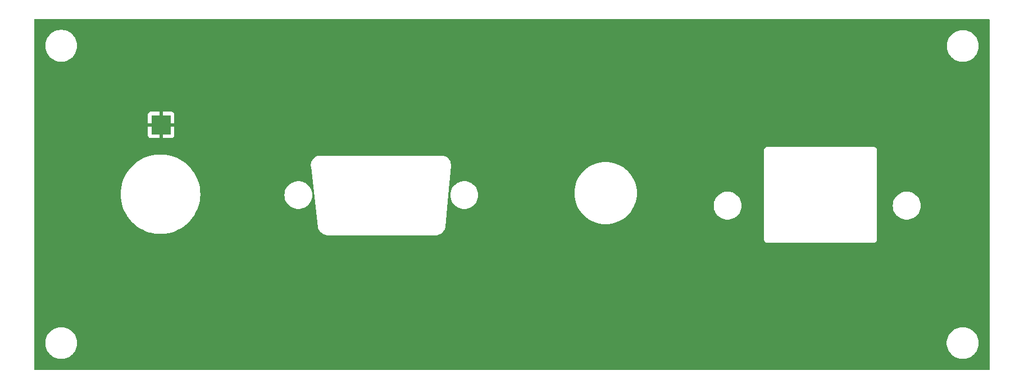
<source format=gbr>
%TF.GenerationSoftware,KiCad,Pcbnew,8.0.1*%
%TF.CreationDate,2025-07-27T10:49:03+02:00*%
%TF.ProjectId,SVX_Node_Case_back,5356585f-4e6f-4646-955f-436173655f62,rev?*%
%TF.SameCoordinates,Original*%
%TF.FileFunction,Copper,L2,Bot*%
%TF.FilePolarity,Positive*%
%FSLAX46Y46*%
G04 Gerber Fmt 4.6, Leading zero omitted, Abs format (unit mm)*
G04 Created by KiCad (PCBNEW 8.0.1) date 2025-07-27 10:49:03*
%MOMM*%
%LPD*%
G01*
G04 APERTURE LIST*
%TA.AperFunction,SMDPad,CuDef*%
%ADD10R,3.000000X3.000000*%
%TD*%
G04 APERTURE END LIST*
D10*
%TO.P,GND,1,1*%
%TO.N,GND*%
X100100000Y-86500000D03*
%TD*%
%TA.AperFunction,Conductor*%
%TO.N,GND*%
G36*
X224942539Y-70520185D02*
G01*
X224988294Y-70572989D01*
X224999500Y-70624500D01*
X224999500Y-123375500D01*
X224979815Y-123442539D01*
X224927011Y-123488294D01*
X224875500Y-123499500D01*
X81124500Y-123499500D01*
X81057461Y-123479815D01*
X81011706Y-123427011D01*
X81000500Y-123375500D01*
X81000500Y-119584813D01*
X82649500Y-119584813D01*
X82679686Y-119852719D01*
X82679688Y-119852731D01*
X82739684Y-120115594D01*
X82739687Y-120115602D01*
X82828734Y-120370082D01*
X82945714Y-120612994D01*
X82945716Y-120612997D01*
X83089162Y-120841289D01*
X83257266Y-121052085D01*
X83447915Y-121242734D01*
X83658711Y-121410838D01*
X83887003Y-121554284D01*
X84129921Y-121671267D01*
X84321049Y-121738145D01*
X84384397Y-121760312D01*
X84384405Y-121760315D01*
X84384408Y-121760315D01*
X84384409Y-121760316D01*
X84647268Y-121820312D01*
X84915187Y-121850499D01*
X84915188Y-121850500D01*
X84915191Y-121850500D01*
X85184812Y-121850500D01*
X85184812Y-121850499D01*
X85452732Y-121820312D01*
X85715591Y-121760316D01*
X85970079Y-121671267D01*
X86212997Y-121554284D01*
X86441289Y-121410838D01*
X86652085Y-121242734D01*
X86842734Y-121052085D01*
X87010838Y-120841289D01*
X87154284Y-120612997D01*
X87271267Y-120370079D01*
X87360316Y-120115591D01*
X87420312Y-119852732D01*
X87450500Y-119584813D01*
X218529500Y-119584813D01*
X218559686Y-119852719D01*
X218559688Y-119852731D01*
X218619684Y-120115594D01*
X218619687Y-120115602D01*
X218708734Y-120370082D01*
X218825714Y-120612994D01*
X218825716Y-120612997D01*
X218969162Y-120841289D01*
X219137266Y-121052085D01*
X219327915Y-121242734D01*
X219538711Y-121410838D01*
X219767003Y-121554284D01*
X220009921Y-121671267D01*
X220201049Y-121738145D01*
X220264397Y-121760312D01*
X220264405Y-121760315D01*
X220264408Y-121760315D01*
X220264409Y-121760316D01*
X220527268Y-121820312D01*
X220795187Y-121850499D01*
X220795188Y-121850500D01*
X220795191Y-121850500D01*
X221064812Y-121850500D01*
X221064812Y-121850499D01*
X221332732Y-121820312D01*
X221595591Y-121760316D01*
X221850079Y-121671267D01*
X222092997Y-121554284D01*
X222321289Y-121410838D01*
X222532085Y-121242734D01*
X222722734Y-121052085D01*
X222890838Y-120841289D01*
X223034284Y-120612997D01*
X223151267Y-120370079D01*
X223240316Y-120115591D01*
X223300312Y-119852732D01*
X223330500Y-119584809D01*
X223330500Y-119315191D01*
X223300312Y-119047268D01*
X223240316Y-118784409D01*
X223151267Y-118529921D01*
X223034284Y-118287003D01*
X222890838Y-118058711D01*
X222722734Y-117847915D01*
X222532085Y-117657266D01*
X222321289Y-117489162D01*
X222092997Y-117345716D01*
X222092994Y-117345714D01*
X221850082Y-117228734D01*
X221595602Y-117139687D01*
X221595594Y-117139684D01*
X221398446Y-117094687D01*
X221332732Y-117079688D01*
X221332728Y-117079687D01*
X221332719Y-117079686D01*
X221064813Y-117049500D01*
X221064809Y-117049500D01*
X220795191Y-117049500D01*
X220795186Y-117049500D01*
X220527280Y-117079686D01*
X220527268Y-117079688D01*
X220264405Y-117139684D01*
X220264397Y-117139687D01*
X220009917Y-117228734D01*
X219767005Y-117345714D01*
X219538712Y-117489161D01*
X219327915Y-117657265D01*
X219137265Y-117847915D01*
X218969161Y-118058712D01*
X218825714Y-118287005D01*
X218708734Y-118529917D01*
X218619687Y-118784397D01*
X218619684Y-118784405D01*
X218559688Y-119047268D01*
X218559686Y-119047280D01*
X218529500Y-119315186D01*
X218529500Y-119584813D01*
X87450500Y-119584813D01*
X87450500Y-119584809D01*
X87450500Y-119315191D01*
X87420312Y-119047268D01*
X87360316Y-118784409D01*
X87271267Y-118529921D01*
X87154284Y-118287003D01*
X87010838Y-118058711D01*
X86842734Y-117847915D01*
X86652085Y-117657266D01*
X86441289Y-117489162D01*
X86212997Y-117345716D01*
X86212994Y-117345714D01*
X85970082Y-117228734D01*
X85715602Y-117139687D01*
X85715594Y-117139684D01*
X85518446Y-117094687D01*
X85452732Y-117079688D01*
X85452728Y-117079687D01*
X85452719Y-117079686D01*
X85184813Y-117049500D01*
X85184809Y-117049500D01*
X84915191Y-117049500D01*
X84915186Y-117049500D01*
X84647280Y-117079686D01*
X84647268Y-117079688D01*
X84384405Y-117139684D01*
X84384397Y-117139687D01*
X84129917Y-117228734D01*
X83887005Y-117345714D01*
X83658712Y-117489161D01*
X83447915Y-117657265D01*
X83257265Y-117847915D01*
X83089161Y-118058712D01*
X82945714Y-118287005D01*
X82828734Y-118529917D01*
X82739687Y-118784397D01*
X82739684Y-118784405D01*
X82679688Y-119047268D01*
X82679686Y-119047280D01*
X82649500Y-119315186D01*
X82649500Y-119584813D01*
X81000500Y-119584813D01*
X81000500Y-103865891D01*
X190999500Y-103865891D01*
X191033608Y-103993187D01*
X191066554Y-104050250D01*
X191099500Y-104107314D01*
X191192686Y-104200500D01*
X191306814Y-104266392D01*
X191434108Y-104300500D01*
X191434110Y-104300500D01*
X207565890Y-104300500D01*
X207565892Y-104300500D01*
X207693186Y-104266392D01*
X207807314Y-104200500D01*
X207900500Y-104107314D01*
X207966392Y-103993186D01*
X208000500Y-103865892D01*
X208000500Y-98700000D01*
X210394592Y-98700000D01*
X210414201Y-98986680D01*
X210472666Y-99268034D01*
X210472667Y-99268037D01*
X210568894Y-99538793D01*
X210568893Y-99538793D01*
X210701098Y-99793935D01*
X210866812Y-100028700D01*
X210951923Y-100119831D01*
X211062947Y-100238708D01*
X211285853Y-100420055D01*
X211507899Y-100555085D01*
X211531382Y-100569365D01*
X211718237Y-100650526D01*
X211794942Y-100683844D01*
X212071642Y-100761371D01*
X212321920Y-100795771D01*
X212356321Y-100800500D01*
X212356322Y-100800500D01*
X212643679Y-100800500D01*
X212674370Y-100796281D01*
X212928358Y-100761371D01*
X213205058Y-100683844D01*
X213435814Y-100583613D01*
X213468617Y-100569365D01*
X213468620Y-100569363D01*
X213468625Y-100569361D01*
X213714147Y-100420055D01*
X213937053Y-100238708D01*
X214133189Y-100028698D01*
X214298901Y-99793936D01*
X214431104Y-99538797D01*
X214527334Y-99268032D01*
X214585798Y-98986686D01*
X214605408Y-98700000D01*
X214585798Y-98413314D01*
X214527334Y-98131968D01*
X214431105Y-97861206D01*
X214431106Y-97861206D01*
X214298901Y-97606064D01*
X214133187Y-97371299D01*
X214054554Y-97287105D01*
X213937053Y-97161292D01*
X213714147Y-96979945D01*
X213714146Y-96979944D01*
X213468617Y-96830634D01*
X213205063Y-96716158D01*
X213205061Y-96716157D01*
X213205058Y-96716156D01*
X213075578Y-96679877D01*
X212928364Y-96638630D01*
X212928359Y-96638629D01*
X212928358Y-96638629D01*
X212786018Y-96619064D01*
X212643679Y-96599500D01*
X212643678Y-96599500D01*
X212356322Y-96599500D01*
X212356321Y-96599500D01*
X212071642Y-96638629D01*
X212071635Y-96638630D01*
X211863861Y-96696845D01*
X211794942Y-96716156D01*
X211794939Y-96716156D01*
X211794936Y-96716158D01*
X211794935Y-96716158D01*
X211531382Y-96830634D01*
X211285853Y-96979944D01*
X211062950Y-97161289D01*
X210866812Y-97371299D01*
X210701098Y-97606064D01*
X210568894Y-97861206D01*
X210472667Y-98131962D01*
X210472666Y-98131965D01*
X210414201Y-98413319D01*
X210394592Y-98700000D01*
X208000500Y-98700000D01*
X208000500Y-90234108D01*
X207966392Y-90106814D01*
X207900500Y-89992686D01*
X207807314Y-89899500D01*
X207750250Y-89866554D01*
X207693187Y-89833608D01*
X207629539Y-89816554D01*
X207565892Y-89799500D01*
X191565892Y-89799500D01*
X191434108Y-89799500D01*
X191306812Y-89833608D01*
X191192686Y-89899500D01*
X191192683Y-89899502D01*
X191099502Y-89992683D01*
X191099500Y-89992686D01*
X191033608Y-90106812D01*
X190999500Y-90234108D01*
X190999500Y-103865891D01*
X81000500Y-103865891D01*
X81000500Y-96970011D01*
X94004630Y-96970011D01*
X94024102Y-97453211D01*
X94024104Y-97453237D01*
X94082398Y-97933332D01*
X94179136Y-98407185D01*
X94313689Y-98871714D01*
X94485185Y-99323910D01*
X94692512Y-99760841D01*
X94934322Y-100179668D01*
X94934327Y-100179674D01*
X95001804Y-100277431D01*
X95193455Y-100555087D01*
X95209058Y-100577691D01*
X95514914Y-100952295D01*
X95514916Y-100952297D01*
X95572463Y-101012210D01*
X95849933Y-101301087D01*
X96211920Y-101621779D01*
X96211924Y-101621782D01*
X96211932Y-101621789D01*
X96598561Y-101912323D01*
X97007315Y-102170803D01*
X97435543Y-102395554D01*
X97880466Y-102585118D01*
X98339201Y-102738267D01*
X98587903Y-102799566D01*
X98808767Y-102854004D01*
X98808783Y-102854007D01*
X99236019Y-102923439D01*
X99286133Y-102931584D01*
X99768188Y-102970500D01*
X99768197Y-102970500D01*
X100251803Y-102970500D01*
X100251812Y-102970500D01*
X100733867Y-102931584D01*
X101211228Y-102854005D01*
X101680799Y-102738267D01*
X102139534Y-102585118D01*
X102584457Y-102395554D01*
X103012685Y-102170803D01*
X103421439Y-101912323D01*
X103808068Y-101621789D01*
X104170066Y-101301088D01*
X104505084Y-100952297D01*
X104810950Y-100577680D01*
X105085679Y-100179665D01*
X105327491Y-99760835D01*
X105534817Y-99323905D01*
X105706312Y-98871708D01*
X105840865Y-98407179D01*
X105937602Y-97933329D01*
X105995896Y-97453232D01*
X106010131Y-97100000D01*
X118694592Y-97100000D01*
X118714201Y-97386680D01*
X118772666Y-97668034D01*
X118772667Y-97668037D01*
X118868894Y-97938793D01*
X118868893Y-97938793D01*
X119001098Y-98193935D01*
X119166812Y-98428700D01*
X119231504Y-98497967D01*
X119362947Y-98638708D01*
X119585853Y-98820055D01*
X119720659Y-98902033D01*
X119831382Y-98969365D01*
X120018237Y-99050526D01*
X120094942Y-99083844D01*
X120371642Y-99161371D01*
X120621920Y-99195771D01*
X120656321Y-99200500D01*
X120656322Y-99200500D01*
X120943679Y-99200500D01*
X120974370Y-99196281D01*
X121228358Y-99161371D01*
X121505058Y-99083844D01*
X121618015Y-99034779D01*
X121768617Y-98969365D01*
X121768620Y-98969363D01*
X121768625Y-98969361D01*
X122014147Y-98820055D01*
X122237053Y-98638708D01*
X122433189Y-98428698D01*
X122598901Y-98193936D01*
X122731104Y-97938797D01*
X122827334Y-97668032D01*
X122885798Y-97386686D01*
X122905408Y-97100000D01*
X122885798Y-96813314D01*
X122827334Y-96531968D01*
X122731105Y-96261206D01*
X122731106Y-96261206D01*
X122598901Y-96006064D01*
X122433187Y-95771299D01*
X122326244Y-95656792D01*
X122237053Y-95561292D01*
X122014147Y-95379945D01*
X122014146Y-95379944D01*
X121768617Y-95230634D01*
X121505063Y-95116158D01*
X121505061Y-95116157D01*
X121505058Y-95116156D01*
X121334203Y-95068285D01*
X121228364Y-95038630D01*
X121228359Y-95038629D01*
X121228358Y-95038629D01*
X121086018Y-95019064D01*
X120943679Y-94999500D01*
X120943678Y-94999500D01*
X120656322Y-94999500D01*
X120656321Y-94999500D01*
X120371642Y-95038629D01*
X120371635Y-95038630D01*
X120163861Y-95096845D01*
X120094942Y-95116156D01*
X120094939Y-95116156D01*
X120094936Y-95116158D01*
X120094935Y-95116158D01*
X119831382Y-95230634D01*
X119585853Y-95379944D01*
X119362950Y-95561289D01*
X119166812Y-95771299D01*
X119001098Y-96006064D01*
X118868894Y-96261206D01*
X118772667Y-96531962D01*
X118772666Y-96531965D01*
X118714201Y-96813319D01*
X118694592Y-97100000D01*
X106010131Y-97100000D01*
X106015370Y-96970011D01*
X106015370Y-96969988D01*
X105995897Y-96486788D01*
X105995896Y-96486782D01*
X105995896Y-96486768D01*
X105937602Y-96006671D01*
X105840865Y-95532821D01*
X105706312Y-95068292D01*
X105706310Y-95068285D01*
X105604865Y-94800798D01*
X105534817Y-94616095D01*
X105327491Y-94179165D01*
X105203433Y-93964290D01*
X105085677Y-93760331D01*
X105085672Y-93760325D01*
X105030666Y-93680635D01*
X104810950Y-93362320D01*
X104810945Y-93362314D01*
X104810941Y-93362308D01*
X104505085Y-92987704D01*
X104505079Y-92987698D01*
X104227020Y-92698208D01*
X104170066Y-92638912D01*
X104153519Y-92624253D01*
X103972592Y-92463966D01*
X122679358Y-92463966D01*
X122682119Y-92678268D01*
X122683436Y-92686282D01*
X122697093Y-92769386D01*
X122697899Y-92775131D01*
X123768109Y-101952346D01*
X123768944Y-101966530D01*
X123768946Y-101968104D01*
X123776974Y-102028492D01*
X123777220Y-102030468D01*
X123784266Y-102090890D01*
X123784649Y-102092407D01*
X123784751Y-102092937D01*
X123784997Y-102093851D01*
X123785503Y-102095792D01*
X123785735Y-102096713D01*
X123785908Y-102097234D01*
X123786315Y-102098748D01*
X123809661Y-102154908D01*
X123810410Y-102156752D01*
X123832887Y-102213372D01*
X123833757Y-102214931D01*
X123839976Y-102227763D01*
X123856937Y-102268588D01*
X123856940Y-102268595D01*
X123976958Y-102471945D01*
X124124025Y-102656661D01*
X124295303Y-102819183D01*
X124295302Y-102819183D01*
X124295305Y-102819185D01*
X124295306Y-102819186D01*
X124487483Y-102956371D01*
X124579695Y-103004464D01*
X124696832Y-103065558D01*
X124696835Y-103065559D01*
X124696837Y-103065560D01*
X124919318Y-103144641D01*
X125150620Y-103192084D01*
X125206352Y-103195592D01*
X125230644Y-103199570D01*
X125234108Y-103200499D01*
X125280298Y-103200499D01*
X125288116Y-103200745D01*
X125293715Y-103201099D01*
X125334201Y-103203658D01*
X125334202Y-103203657D01*
X125334206Y-103203658D01*
X125336187Y-103203259D01*
X125337778Y-103202939D01*
X125362254Y-103200499D01*
X141289002Y-103200499D01*
X141293107Y-103200567D01*
X141397077Y-103204011D01*
X141397078Y-103204010D01*
X141397082Y-103204011D01*
X141623746Y-103181046D01*
X141845283Y-103127898D01*
X142057695Y-103045527D01*
X142257145Y-102935420D01*
X142440031Y-102799566D01*
X142603051Y-102640418D01*
X142743261Y-102460850D01*
X142858130Y-102264104D01*
X142875346Y-102222734D01*
X142883121Y-102208647D01*
X142882981Y-102208574D01*
X142886759Y-102201372D01*
X142886758Y-102201372D01*
X142886760Y-102201371D01*
X142905005Y-102151746D01*
X142906888Y-102146935D01*
X142910771Y-102137594D01*
X142927193Y-102098093D01*
X142927193Y-102098085D01*
X142929307Y-102090242D01*
X142929477Y-102090287D01*
X142930623Y-102085646D01*
X142930451Y-102085608D01*
X142932234Y-102077686D01*
X142932236Y-102077681D01*
X142937020Y-102024966D01*
X142937581Y-102019953D01*
X142944561Y-101967458D01*
X142944571Y-101959332D01*
X142944745Y-101959332D01*
X142944432Y-101943314D01*
X143384068Y-97100000D01*
X143694592Y-97100000D01*
X143714201Y-97386680D01*
X143772666Y-97668034D01*
X143772667Y-97668037D01*
X143868894Y-97938793D01*
X143868893Y-97938793D01*
X144001098Y-98193935D01*
X144166812Y-98428700D01*
X144231504Y-98497967D01*
X144362947Y-98638708D01*
X144585853Y-98820055D01*
X144720659Y-98902033D01*
X144831382Y-98969365D01*
X145018237Y-99050526D01*
X145094942Y-99083844D01*
X145371642Y-99161371D01*
X145621920Y-99195771D01*
X145656321Y-99200500D01*
X145656322Y-99200500D01*
X145943679Y-99200500D01*
X145974370Y-99196281D01*
X146228358Y-99161371D01*
X146505058Y-99083844D01*
X146618015Y-99034779D01*
X146768617Y-98969365D01*
X146768620Y-98969363D01*
X146768625Y-98969361D01*
X147014147Y-98820055D01*
X147237053Y-98638708D01*
X147433189Y-98428698D01*
X147598901Y-98193936D01*
X147731104Y-97938797D01*
X147827334Y-97668032D01*
X147885798Y-97386686D01*
X147905408Y-97100000D01*
X147885798Y-96813314D01*
X147883031Y-96800000D01*
X162404479Y-96800000D01*
X162424552Y-97234171D01*
X162424552Y-97234176D01*
X162424553Y-97234181D01*
X162484598Y-97664634D01*
X162484600Y-97664642D01*
X162584108Y-98087724D01*
X162722234Y-98499836D01*
X162722237Y-98499843D01*
X162897781Y-98897412D01*
X162897786Y-98897422D01*
X162897790Y-98897431D01*
X162897794Y-98897439D01*
X162897795Y-98897440D01*
X163109280Y-99277130D01*
X163109284Y-99277136D01*
X163354914Y-99635713D01*
X163632568Y-99970077D01*
X163632578Y-99970089D01*
X163939911Y-100277422D01*
X163939922Y-100277431D01*
X164274286Y-100555085D01*
X164460500Y-100682644D01*
X164632862Y-100800715D01*
X165012569Y-101012210D01*
X165410170Y-101187768D01*
X165822273Y-101325891D01*
X166245363Y-101425401D01*
X166675829Y-101485448D01*
X167110000Y-101505521D01*
X167544171Y-101485448D01*
X167974637Y-101425401D01*
X168397727Y-101325891D01*
X168809830Y-101187768D01*
X169207431Y-101012210D01*
X169587138Y-100800715D01*
X169945710Y-100555087D01*
X169945709Y-100555087D01*
X169945713Y-100555085D01*
X170058519Y-100461411D01*
X170280089Y-100277422D01*
X170587422Y-99970089D01*
X170865087Y-99635710D01*
X171110715Y-99277138D01*
X171322210Y-98897431D01*
X171409384Y-98700000D01*
X183394592Y-98700000D01*
X183414201Y-98986680D01*
X183472666Y-99268034D01*
X183472667Y-99268037D01*
X183568894Y-99538793D01*
X183568893Y-99538793D01*
X183701098Y-99793935D01*
X183866812Y-100028700D01*
X183951923Y-100119831D01*
X184062947Y-100238708D01*
X184285853Y-100420055D01*
X184507899Y-100555085D01*
X184531382Y-100569365D01*
X184718237Y-100650526D01*
X184794942Y-100683844D01*
X185071642Y-100761371D01*
X185321920Y-100795771D01*
X185356321Y-100800500D01*
X185356322Y-100800500D01*
X185643679Y-100800500D01*
X185674370Y-100796281D01*
X185928358Y-100761371D01*
X186205058Y-100683844D01*
X186435814Y-100583613D01*
X186468617Y-100569365D01*
X186468620Y-100569363D01*
X186468625Y-100569361D01*
X186714147Y-100420055D01*
X186937053Y-100238708D01*
X187133189Y-100028698D01*
X187298901Y-99793936D01*
X187431104Y-99538797D01*
X187527334Y-99268032D01*
X187585798Y-98986686D01*
X187605408Y-98700000D01*
X187585798Y-98413314D01*
X187527334Y-98131968D01*
X187431105Y-97861206D01*
X187431106Y-97861206D01*
X187298901Y-97606064D01*
X187133187Y-97371299D01*
X187054554Y-97287105D01*
X186937053Y-97161292D01*
X186714147Y-96979945D01*
X186714146Y-96979944D01*
X186468617Y-96830634D01*
X186205063Y-96716158D01*
X186205061Y-96716157D01*
X186205058Y-96716156D01*
X186075578Y-96679877D01*
X185928364Y-96638630D01*
X185928359Y-96638629D01*
X185928358Y-96638629D01*
X185786018Y-96619064D01*
X185643679Y-96599500D01*
X185643678Y-96599500D01*
X185356322Y-96599500D01*
X185356321Y-96599500D01*
X185071642Y-96638629D01*
X185071635Y-96638630D01*
X184863861Y-96696845D01*
X184794942Y-96716156D01*
X184794939Y-96716156D01*
X184794936Y-96716158D01*
X184794935Y-96716158D01*
X184531382Y-96830634D01*
X184285853Y-96979944D01*
X184062950Y-97161289D01*
X183866812Y-97371299D01*
X183701098Y-97606064D01*
X183568894Y-97861206D01*
X183472667Y-98131962D01*
X183472666Y-98131965D01*
X183414201Y-98413319D01*
X183394592Y-98700000D01*
X171409384Y-98700000D01*
X171497768Y-98499830D01*
X171635891Y-98087727D01*
X171735401Y-97664637D01*
X171795448Y-97234171D01*
X171815521Y-96800000D01*
X171795448Y-96365829D01*
X171735401Y-95935363D01*
X171635891Y-95512273D01*
X171497768Y-95100170D01*
X171483692Y-95068292D01*
X171322218Y-94702587D01*
X171322217Y-94702586D01*
X171322210Y-94702569D01*
X171110715Y-94322862D01*
X170911037Y-94031368D01*
X170865085Y-93964286D01*
X170587431Y-93629922D01*
X170587422Y-93629911D01*
X170280089Y-93322578D01*
X170230700Y-93281566D01*
X169945713Y-93044914D01*
X169680243Y-92863063D01*
X169587138Y-92799285D01*
X169587134Y-92799283D01*
X169587130Y-92799280D01*
X169207440Y-92587795D01*
X169207439Y-92587794D01*
X169207431Y-92587790D01*
X169207422Y-92587786D01*
X169207412Y-92587781D01*
X168809843Y-92412237D01*
X168809836Y-92412234D01*
X168397724Y-92274108D01*
X167974642Y-92174600D01*
X167974634Y-92174598D01*
X167544181Y-92114553D01*
X167544176Y-92114552D01*
X167544171Y-92114552D01*
X167110000Y-92094479D01*
X166675829Y-92114552D01*
X166675823Y-92114552D01*
X166675818Y-92114553D01*
X166245365Y-92174598D01*
X166245357Y-92174600D01*
X165822275Y-92274108D01*
X165410163Y-92412234D01*
X165410156Y-92412237D01*
X165012587Y-92587781D01*
X165012559Y-92587795D01*
X164632869Y-92799280D01*
X164632863Y-92799284D01*
X164274286Y-93044914D01*
X163939922Y-93322568D01*
X163939902Y-93322586D01*
X163632586Y-93629902D01*
X163632568Y-93629922D01*
X163354914Y-93964286D01*
X163109284Y-94322863D01*
X163109280Y-94322869D01*
X162897795Y-94702559D01*
X162897781Y-94702587D01*
X162722237Y-95100156D01*
X162722234Y-95100163D01*
X162584108Y-95512275D01*
X162484600Y-95935357D01*
X162484598Y-95935365D01*
X162424553Y-96365818D01*
X162424552Y-96365823D01*
X162424552Y-96365829D01*
X162404479Y-96800000D01*
X147883031Y-96800000D01*
X147827334Y-96531968D01*
X147731105Y-96261206D01*
X147731106Y-96261206D01*
X147598901Y-96006064D01*
X147433187Y-95771299D01*
X147326244Y-95656792D01*
X147237053Y-95561292D01*
X147014147Y-95379945D01*
X147014146Y-95379944D01*
X146768617Y-95230634D01*
X146505063Y-95116158D01*
X146505061Y-95116157D01*
X146505058Y-95116156D01*
X146334203Y-95068285D01*
X146228364Y-95038630D01*
X146228359Y-95038629D01*
X146228358Y-95038629D01*
X146086018Y-95019064D01*
X145943679Y-94999500D01*
X145943678Y-94999500D01*
X145656322Y-94999500D01*
X145656321Y-94999500D01*
X145371642Y-95038629D01*
X145371635Y-95038630D01*
X145163861Y-95096845D01*
X145094942Y-95116156D01*
X145094939Y-95116156D01*
X145094936Y-95116158D01*
X145094935Y-95116158D01*
X144831382Y-95230634D01*
X144585853Y-95379944D01*
X144362950Y-95561289D01*
X144166812Y-95771299D01*
X144001098Y-96006064D01*
X143868894Y-96261206D01*
X143772667Y-96531962D01*
X143772666Y-96531965D01*
X143714201Y-96813319D01*
X143694592Y-97100000D01*
X143384068Y-97100000D01*
X143780647Y-92731027D01*
X143781774Y-92722177D01*
X143788505Y-92681222D01*
X143791259Y-92466923D01*
X143764565Y-92274109D01*
X143761870Y-92254644D01*
X143761867Y-92254629D01*
X143744959Y-92197550D01*
X143700997Y-92049141D01*
X143610019Y-91855093D01*
X143490990Y-91676869D01*
X143490989Y-91676868D01*
X143490987Y-91676865D01*
X143346594Y-91518492D01*
X143180106Y-91383550D01*
X143180103Y-91383547D01*
X142995274Y-91275076D01*
X142995262Y-91275070D01*
X142926869Y-91247698D01*
X142910929Y-91239955D01*
X142899990Y-91233637D01*
X142881989Y-91228810D01*
X142868083Y-91224184D01*
X142834595Y-91210798D01*
X142834591Y-91210797D01*
X142807846Y-91207613D01*
X142790397Y-91204254D01*
X142787569Y-91203495D01*
X142772703Y-91199510D01*
X142772700Y-91199509D01*
X142772697Y-91199509D01*
X142747067Y-91199505D01*
X142732435Y-91198636D01*
X142703734Y-91195220D01*
X142703724Y-91195220D01*
X142682927Y-91198221D01*
X142665201Y-91199492D01*
X123805471Y-91196537D01*
X123787783Y-91195266D01*
X123766889Y-91192251D01*
X123766880Y-91192251D01*
X123738273Y-91195656D01*
X123723602Y-91196524D01*
X123694800Y-91196521D01*
X123694799Y-91196521D01*
X123694797Y-91196521D01*
X123674398Y-91201983D01*
X123656991Y-91205332D01*
X123636020Y-91207829D01*
X123609269Y-91218522D01*
X123595324Y-91223158D01*
X123567502Y-91230608D01*
X123567499Y-91230609D01*
X123549180Y-91241182D01*
X123533279Y-91248903D01*
X123475346Y-91272090D01*
X123475341Y-91272092D01*
X123290500Y-91380568D01*
X123124010Y-91515515D01*
X123124001Y-91515523D01*
X122979616Y-91673894D01*
X122979614Y-91673897D01*
X122860585Y-91852126D01*
X122769609Y-92046179D01*
X122708746Y-92251662D01*
X122708743Y-92251673D01*
X122686518Y-92412237D01*
X122679358Y-92463966D01*
X103972592Y-92463966D01*
X103808079Y-92318220D01*
X103808073Y-92318215D01*
X103808068Y-92318211D01*
X103421439Y-92027677D01*
X103012685Y-91769197D01*
X102584457Y-91544446D01*
X102139534Y-91354882D01*
X102139526Y-91354879D01*
X102139523Y-91354878D01*
X101891543Y-91272090D01*
X101680799Y-91201733D01*
X101680795Y-91201732D01*
X101680788Y-91201730D01*
X101211232Y-91085995D01*
X101211216Y-91085992D01*
X100733872Y-91008416D01*
X100251822Y-90969500D01*
X100251812Y-90969500D01*
X99768188Y-90969500D01*
X99768177Y-90969500D01*
X99286127Y-91008416D01*
X98808783Y-91085992D01*
X98808767Y-91085995D01*
X98339211Y-91201730D01*
X98339204Y-91201732D01*
X97880476Y-91354878D01*
X97880468Y-91354881D01*
X97880466Y-91354882D01*
X97820181Y-91380567D01*
X97435549Y-91544443D01*
X97007318Y-91769195D01*
X96598559Y-92027678D01*
X96211920Y-92318220D01*
X95849933Y-92638912D01*
X95514920Y-92987698D01*
X95514914Y-92987704D01*
X95209058Y-93362308D01*
X94934327Y-93760325D01*
X94934322Y-93760331D01*
X94692512Y-94179158D01*
X94485185Y-94616089D01*
X94313689Y-95068285D01*
X94179136Y-95532814D01*
X94082398Y-96006667D01*
X94024104Y-96486762D01*
X94024102Y-96486788D01*
X94004630Y-96969988D01*
X94004630Y-96970011D01*
X81000500Y-96970011D01*
X81000500Y-86750000D01*
X98100000Y-86750000D01*
X98100000Y-88047844D01*
X98106401Y-88107372D01*
X98106403Y-88107379D01*
X98156645Y-88242086D01*
X98156649Y-88242093D01*
X98242809Y-88357187D01*
X98242812Y-88357190D01*
X98357906Y-88443350D01*
X98357913Y-88443354D01*
X98492620Y-88493596D01*
X98492627Y-88493598D01*
X98552155Y-88499999D01*
X98552172Y-88500000D01*
X99850000Y-88500000D01*
X99850000Y-86750000D01*
X100350000Y-86750000D01*
X100350000Y-88500000D01*
X101647828Y-88500000D01*
X101647844Y-88499999D01*
X101707372Y-88493598D01*
X101707379Y-88493596D01*
X101842086Y-88443354D01*
X101842093Y-88443350D01*
X101957187Y-88357190D01*
X101957190Y-88357187D01*
X102043350Y-88242093D01*
X102043354Y-88242086D01*
X102093596Y-88107379D01*
X102093598Y-88107372D01*
X102099999Y-88047844D01*
X102100000Y-88047827D01*
X102100000Y-86750000D01*
X100350000Y-86750000D01*
X99850000Y-86750000D01*
X98100000Y-86750000D01*
X81000500Y-86750000D01*
X81000500Y-86250000D01*
X98100000Y-86250000D01*
X99850000Y-86250000D01*
X99850000Y-84500000D01*
X100350000Y-84500000D01*
X100350000Y-86250000D01*
X102100000Y-86250000D01*
X102100000Y-84952172D01*
X102099999Y-84952155D01*
X102093598Y-84892627D01*
X102093596Y-84892620D01*
X102043354Y-84757913D01*
X102043350Y-84757906D01*
X101957190Y-84642812D01*
X101957187Y-84642809D01*
X101842093Y-84556649D01*
X101842086Y-84556645D01*
X101707379Y-84506403D01*
X101707372Y-84506401D01*
X101647844Y-84500000D01*
X100350000Y-84500000D01*
X99850000Y-84500000D01*
X98552155Y-84500000D01*
X98492627Y-84506401D01*
X98492620Y-84506403D01*
X98357913Y-84556645D01*
X98357906Y-84556649D01*
X98242812Y-84642809D01*
X98242809Y-84642812D01*
X98156649Y-84757906D01*
X98156645Y-84757913D01*
X98106403Y-84892620D01*
X98106401Y-84892627D01*
X98100000Y-84952155D01*
X98100000Y-86250000D01*
X81000500Y-86250000D01*
X81000500Y-74684813D01*
X82649500Y-74684813D01*
X82679686Y-74952719D01*
X82679688Y-74952731D01*
X82739684Y-75215594D01*
X82739687Y-75215602D01*
X82828734Y-75470082D01*
X82945714Y-75712994D01*
X82945716Y-75712997D01*
X83089162Y-75941289D01*
X83257266Y-76152085D01*
X83447915Y-76342734D01*
X83658711Y-76510838D01*
X83887003Y-76654284D01*
X84129921Y-76771267D01*
X84321049Y-76838145D01*
X84384397Y-76860312D01*
X84384405Y-76860315D01*
X84384408Y-76860315D01*
X84384409Y-76860316D01*
X84647268Y-76920312D01*
X84915187Y-76950499D01*
X84915188Y-76950500D01*
X84915191Y-76950500D01*
X85184812Y-76950500D01*
X85184812Y-76950499D01*
X85452732Y-76920312D01*
X85715591Y-76860316D01*
X85970079Y-76771267D01*
X86212997Y-76654284D01*
X86441289Y-76510838D01*
X86652085Y-76342734D01*
X86842734Y-76152085D01*
X87010838Y-75941289D01*
X87154284Y-75712997D01*
X87271267Y-75470079D01*
X87360316Y-75215591D01*
X87420312Y-74952732D01*
X87447683Y-74709813D01*
X218549500Y-74709813D01*
X218579686Y-74977719D01*
X218579688Y-74977731D01*
X218639684Y-75240594D01*
X218639687Y-75240602D01*
X218728734Y-75495082D01*
X218845714Y-75737994D01*
X218845716Y-75737997D01*
X218989162Y-75966289D01*
X219157266Y-76177085D01*
X219347915Y-76367734D01*
X219558711Y-76535838D01*
X219787003Y-76679284D01*
X220029921Y-76796267D01*
X220212952Y-76860312D01*
X220284397Y-76885312D01*
X220284405Y-76885315D01*
X220284408Y-76885315D01*
X220284409Y-76885316D01*
X220547268Y-76945312D01*
X220815187Y-76975499D01*
X220815188Y-76975500D01*
X220815191Y-76975500D01*
X221084812Y-76975500D01*
X221084812Y-76975499D01*
X221352732Y-76945312D01*
X221615591Y-76885316D01*
X221870079Y-76796267D01*
X222112997Y-76679284D01*
X222341289Y-76535838D01*
X222552085Y-76367734D01*
X222742734Y-76177085D01*
X222910838Y-75966289D01*
X223054284Y-75737997D01*
X223171267Y-75495079D01*
X223260316Y-75240591D01*
X223320312Y-74977732D01*
X223350500Y-74709809D01*
X223350500Y-74440191D01*
X223320312Y-74172268D01*
X223260316Y-73909409D01*
X223171267Y-73654921D01*
X223054284Y-73412003D01*
X222910838Y-73183711D01*
X222742734Y-72972915D01*
X222552085Y-72782266D01*
X222341289Y-72614162D01*
X222112997Y-72470716D01*
X222112994Y-72470714D01*
X221870082Y-72353734D01*
X221615602Y-72264687D01*
X221615594Y-72264684D01*
X221418446Y-72219687D01*
X221352732Y-72204688D01*
X221352728Y-72204687D01*
X221352719Y-72204686D01*
X221084813Y-72174500D01*
X221084809Y-72174500D01*
X220815191Y-72174500D01*
X220815186Y-72174500D01*
X220547280Y-72204686D01*
X220547268Y-72204688D01*
X220284405Y-72264684D01*
X220284397Y-72264687D01*
X220029917Y-72353734D01*
X219787005Y-72470714D01*
X219558712Y-72614161D01*
X219347915Y-72782265D01*
X219157265Y-72972915D01*
X218989161Y-73183712D01*
X218845714Y-73412005D01*
X218728734Y-73654917D01*
X218639687Y-73909397D01*
X218639684Y-73909405D01*
X218579688Y-74172268D01*
X218579686Y-74172280D01*
X218549500Y-74440186D01*
X218549500Y-74709813D01*
X87447683Y-74709813D01*
X87450500Y-74684809D01*
X87450500Y-74415191D01*
X87420312Y-74147268D01*
X87360316Y-73884409D01*
X87271267Y-73629921D01*
X87154284Y-73387003D01*
X87010838Y-73158711D01*
X86842734Y-72947915D01*
X86652085Y-72757266D01*
X86441289Y-72589162D01*
X86212997Y-72445716D01*
X86212994Y-72445714D01*
X85970082Y-72328734D01*
X85715602Y-72239687D01*
X85715594Y-72239684D01*
X85518446Y-72194687D01*
X85452732Y-72179688D01*
X85452728Y-72179687D01*
X85452719Y-72179686D01*
X85184813Y-72149500D01*
X85184809Y-72149500D01*
X84915191Y-72149500D01*
X84915186Y-72149500D01*
X84647280Y-72179686D01*
X84647268Y-72179688D01*
X84384405Y-72239684D01*
X84384397Y-72239687D01*
X84129917Y-72328734D01*
X83887005Y-72445714D01*
X83658712Y-72589161D01*
X83447915Y-72757265D01*
X83257265Y-72947915D01*
X83089161Y-73158712D01*
X82945714Y-73387005D01*
X82828734Y-73629917D01*
X82739687Y-73884397D01*
X82739684Y-73884405D01*
X82679688Y-74147268D01*
X82679686Y-74147280D01*
X82649500Y-74415186D01*
X82649500Y-74684813D01*
X81000500Y-74684813D01*
X81000500Y-70624500D01*
X81020185Y-70557461D01*
X81072989Y-70511706D01*
X81124500Y-70500500D01*
X224875500Y-70500500D01*
X224942539Y-70520185D01*
G37*
%TD.AperFunction*%
%TD*%
M02*

</source>
